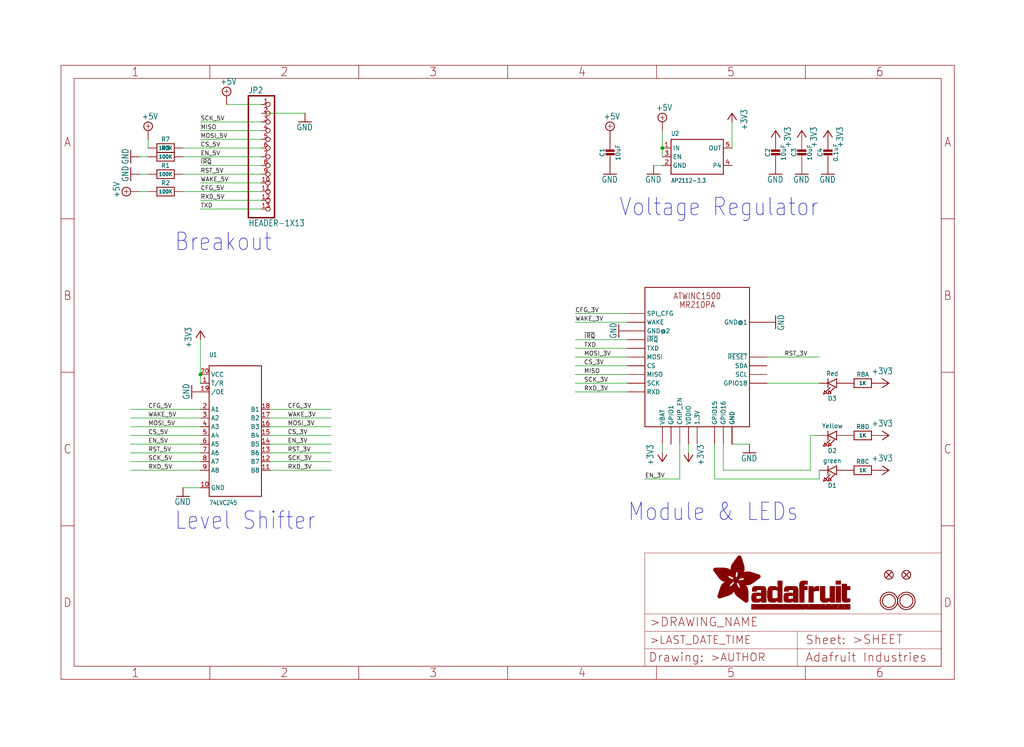
<source format=kicad_sch>
(kicad_sch (version 20211123) (generator eeschema)
  (paper "User" 298.45 217.881)
  (lib_symbols
    (symbol "eagleSchem-eagle-import:+3V3" (power)
      (property "Value" "+3V3" (at -2.54 -5.08 90))
      (symbol "+3V3_1_0"
        (pin power_in line (at 0 -2.54 90) (length 2.54) (name "+3V3") (number "1"))
      )
    )
    (symbol "eagleSchem-eagle-import:+5V" (power)
      (property "Value" "+5V" (at -1.905 3.175 0))
      (symbol "+5V_1_0"
        (pin power_in line (at 0 -2.54 90) (length 2.54) (name "+5V") (number "1"))
      )
    )
    (symbol "eagleSchem-eagle-import:74LCX245"
      (property "Reference" "U" (at -7.62 22.86 0))
      (property "Value" "74LCX245" (at -7.62 -20.32 0))
      (symbol "74LCX245_1_0"
        (pin bidirectional line (at -10.16 15.24 0) (length 2.54) (name "T/R") (number "1"))
        (pin bidirectional line (at -10.16 -15.24 0) (length 2.54) (name "GND") (number "10"))
        (pin bidirectional line (at 10.16 -10.16 180) (length 2.54) (name "B8") (number "11"))
        (pin bidirectional line (at 10.16 -7.62 180) (length 2.54) (name "B7") (number "12"))
        (pin bidirectional line (at 10.16 -5.08 180) (length 2.54) (name "B6") (number "13"))
        (pin bidirectional line (at 10.16 -2.54 180) (length 2.54) (name "B5") (number "14"))
        (pin bidirectional line (at 10.16 0 180) (length 2.54) (name "B4") (number "15"))
        (pin bidirectional line (at 10.16 2.54 180) (length 2.54) (name "B3") (number "16"))
        (pin bidirectional line (at 10.16 5.08 180) (length 2.54) (name "B2") (number "17"))
        (pin bidirectional line (at 10.16 7.62 180) (length 2.54) (name "B1") (number "18"))
        (pin bidirectional line (at -10.16 12.7 0) (length 2.54) (name "/OE") (number "19"))
        (pin bidirectional line (at -10.16 7.62 0) (length 2.54) (name "A1") (number "2"))
        (pin bidirectional line (at -10.16 17.78 0) (length 2.54) (name "VCC") (number "20"))
        (pin bidirectional line (at -10.16 5.08 0) (length 2.54) (name "A2") (number "3"))
        (pin bidirectional line (at -10.16 2.54 0) (length 2.54) (name "A3") (number "4"))
        (pin bidirectional line (at -10.16 0 0) (length 2.54) (name "A4") (number "5"))
        (pin bidirectional line (at -10.16 -2.54 0) (length 2.54) (name "A5") (number "6"))
        (pin bidirectional line (at -10.16 -5.08 0) (length 2.54) (name "A6") (number "7"))
        (pin bidirectional line (at -10.16 -7.62 0) (length 2.54) (name "A7") (number "8"))
        (pin bidirectional line (at -10.16 -10.16 0) (length 2.54) (name "A8") (number "9"))
      )
    )
    (symbol "eagleSchem-eagle-import:ATWINC1500_MR210PA"
      (symbol "ATWINC1500_MR210PA_1_0"
        (text "ATWINC1500" (at 0 17.78 0) (effects (font (size 1.778 1.5113))))
        (text "MR210PA" (at 0 15.24 0) (effects (font (size 1.778 1.5113))))
        (pin bidirectional line (at 20.32 -7.62 180) (length 5.08) (name "GPIO18") (number "J1"))
        (pin input line (at -20.32 12.7 0) (length 5.08) (name "SPI_CFG") (number "J10"))
        (pin input line (at -20.32 10.16 0) (length 5.08) (name "WAKE") (number "J11"))
        (pin power_in line (at -20.32 7.62 0) (length 5.08) (name "GND@2") (number "J12"))
        (pin output line (at -20.32 5.08 0) (length 5.08) (name "~{IRQ}") (number "J13"))
        (pin output line (at -20.32 2.54 0) (length 5.08) (name "TXD") (number "J14"))
        (pin input line (at -20.32 0 0) (length 5.08) (name "MOSI") (number "J15"))
        (pin input line (at -20.32 -2.54 0) (length 5.08) (name "CS") (number "J16"))
        (pin output line (at -20.32 -5.08 0) (length 5.08) (name "MISO") (number "J17"))
        (pin input line (at -20.32 -7.62 0) (length 5.08) (name "SCK") (number "J18"))
        (pin input line (at -20.32 -10.16 0) (length 5.08) (name "RXD") (number "J19"))
        (pin bidirectional line (at 20.32 -5.08 180) (length 5.08) (name "SCL") (number "J2"))
        (pin power_in line (at -10.16 -25.4 90) (length 5.08) (name "VBAT") (number "J20"))
        (pin bidirectional line (at -7.62 -25.4 90) (length 5.08) (name "GPIO1") (number "J21"))
        (pin input line (at -5.08 -25.4 90) (length 5.08) (name "CHIP_EN") (number "J22"))
        (pin power_in line (at -2.54 -25.4 90) (length 5.08) (name "VDDIO") (number "J23"))
        (pin passive line (at 0 -25.4 90) (length 5.08) (name "1.3V") (number "J24"))
        (pin bidirectional line (at 5.08 -25.4 90) (length 5.08) (name "GPIO15") (number "J26"))
        (pin bidirectional line (at 7.62 -25.4 90) (length 5.08) (name "GPIO16") (number "J27"))
        (pin power_in line (at 10.16 -25.4 90) (length 5.08) (name "GND") (number "J28"))
        (pin bidirectional line (at 20.32 -2.54 180) (length 5.08) (name "SDA") (number "J3"))
        (pin input line (at 20.32 0 180) (length 5.08) (name "~{RESET}") (number "J4"))
        (pin bidirectional line (at 20.32 10.16 180) (length 5.08) (name "GND@1") (number "J9"))
        (pin power_in line (at 10.16 -25.4 90) (length 5.08) (name "GND") (number "MTGND"))
      )
    )
    (symbol "eagleSchem-eagle-import:CAP_CERAMIC0805-NOOUTLINE"
      (property "Reference" "C" (at -2.29 1.25 90))
      (property "Value" "CAP_CERAMIC0805-NOOUTLINE" (at 2.3 1.25 90))
      (symbol "CAP_CERAMIC0805-NOOUTLINE_1_0"
        (pin passive line (at 0 5.08 270) (length 2.54) (name "1") (number "1"))
        (pin passive line (at 0 -2.54 90) (length 2.54) (name "2") (number "2"))
      )
    )
    (symbol "eagleSchem-eagle-import:CAP_CERAMIC0805_10MGAP"
      (property "Reference" "C" (at -2.29 1.25 90))
      (property "Value" "CAP_CERAMIC0805_10MGAP" (at 2.3 1.25 90))
      (symbol "CAP_CERAMIC0805_10MGAP_1_0"
        (pin passive line (at 0 5.08 270) (length 2.54) (name "1") (number "1"))
        (pin passive line (at 0 -2.54 90) (length 2.54) (name "2") (number "2"))
      )
    )
    (symbol "eagleSchem-eagle-import:FIDUCIAL{dblquote}{dblquote}")
    (symbol "eagleSchem-eagle-import:FRAME_A4_ADAFRUIT"
      (symbol "FRAME_A4_ADAFRUIT_0_0"
        (text "1" (at 21.6958 1.905 0) (effects (font (size 2.54 2.286))))
        (text "1" (at 21.6958 177.165 0) (effects (font (size 2.54 2.286))))
        (text "2" (at 65.0875 1.905 0) (effects (font (size 2.54 2.286))))
        (text "2" (at 65.0875 177.165 0) (effects (font (size 2.54 2.286))))
        (text "3" (at 108.4792 1.905 0) (effects (font (size 2.54 2.286))))
        (text "3" (at 108.4792 177.165 0) (effects (font (size 2.54 2.286))))
        (text "4" (at 151.8708 1.905 0) (effects (font (size 2.54 2.286))))
        (text "4" (at 151.8708 177.165 0) (effects (font (size 2.54 2.286))))
        (text "5" (at 195.2625 1.905 0) (effects (font (size 2.54 2.286))))
        (text "5" (at 195.2625 177.165 0) (effects (font (size 2.54 2.286))))
        (text "6" (at 238.6542 1.905 0) (effects (font (size 2.54 2.286))))
        (text "6" (at 238.6542 177.165 0) (effects (font (size 2.54 2.286))))
        (text "A" (at 1.905 156.6863 0) (effects (font (size 2.54 2.286))))
        (text "A" (at 258.445 156.6863 0) (effects (font (size 2.54 2.286))))
        (text "B" (at 1.905 111.9188 0) (effects (font (size 2.54 2.286))))
        (text "B" (at 258.445 111.9188 0) (effects (font (size 2.54 2.286))))
        (text "C" (at 1.905 67.1513 0) (effects (font (size 2.54 2.286))))
        (text "C" (at 258.445 67.1513 0) (effects (font (size 2.54 2.286))))
        (text "D" (at 1.905 22.3838 0) (effects (font (size 2.54 2.286))))
        (text "D" (at 258.445 22.3838 0) (effects (font (size 2.54 2.286))))
      )
      (symbol "FRAME_A4_ADAFRUIT_1_0"
        (text ">AUTHOR" (at 189.23 5.08 0) (effects (font (size 2.286 2.286)) (justify left bottom)))
        (text ">DRAWING_NAME" (at 171.45 15.24 0) (effects (font (size 2.54 2.54)) (justify left bottom)))
        (text ">LAST_DATE_TIME" (at 171.45 10.16 0) (effects (font (size 2.286 2.286)) (justify left bottom)))
        (text ">SHEET" (at 230.505 10.16 0) (effects (font (size 2.54 2.54)) (justify left bottom)))
        (text "Adafruit Industries" (at 216.916 4.953 0) (effects (font (size 2.54 2.54)) (justify left bottom)))
        (text "Drawing:" (at 171.196 4.953 0) (effects (font (size 2.54 2.54)) (justify left bottom)))
        (text "Sheet:" (at 216.916 10.033 0) (effects (font (size 2.54 2.54)) (justify left bottom)))
      )
    )
    (symbol "eagleSchem-eagle-import:GND" (power)
      (property "Value" "GND" (at -2.54 -2.54 0))
      (symbol "GND_1_0"
        (pin power_in line (at 0 2.54 270) (length 2.54) (name "GND") (number "1"))
      )
    )
    (symbol "eagleSchem-eagle-import:HEADER-1X13"
      (property "Reference" "JP" (at -6.35 18.415 0))
      (property "Value" "HEADER-1X13" (at -6.35 -20.32 0))
      (symbol "HEADER-1X13_1_0"
        (pin passive inverted (at -2.54 15.24 0) (length 2.54) (name "1") (number "1"))
        (pin passive inverted (at -2.54 -7.62 0) (length 2.54) (name "10") (number "10"))
        (pin passive inverted (at -2.54 -10.16 0) (length 2.54) (name "11") (number "11"))
        (pin passive inverted (at -2.54 -12.7 0) (length 2.54) (name "12") (number "12"))
        (pin passive inverted (at -2.54 -15.24 0) (length 2.54) (name "13") (number "13"))
        (pin passive inverted (at -2.54 12.7 0) (length 2.54) (name "2") (number "2"))
        (pin passive inverted (at -2.54 10.16 0) (length 2.54) (name "3") (number "3"))
        (pin passive inverted (at -2.54 7.62 0) (length 2.54) (name "4") (number "4"))
        (pin passive inverted (at -2.54 5.08 0) (length 2.54) (name "5") (number "5"))
        (pin passive inverted (at -2.54 2.54 0) (length 2.54) (name "6") (number "6"))
        (pin passive inverted (at -2.54 0 0) (length 2.54) (name "7") (number "7"))
        (pin passive inverted (at -2.54 -2.54 0) (length 2.54) (name "8") (number "8"))
        (pin passive inverted (at -2.54 -5.08 0) (length 2.54) (name "9") (number "9"))
      )
    )
    (symbol "eagleSchem-eagle-import:LED0805_NOOUTLINE"
      (property "Reference" "D" (at -1.27 4.445 0))
      (property "Value" "LED0805_NOOUTLINE" (at -1.27 -2.794 0))
      (symbol "LED0805_NOOUTLINE_1_0"
        (pin passive line (at -5.08 0 0) (length 2.54) (name "A") (number "A"))
        (pin passive line (at 2.54 0 180) (length 2.54) (name "C") (number "C"))
      )
    )
    (symbol "eagleSchem-eagle-import:MOUNTINGHOLE2.5")
    (symbol "eagleSchem-eagle-import:RESISTOR0805_NOOUTLINE"
      (property "Reference" "R" (at 0 2.54 0))
      (property "Value" "RESISTOR0805_NOOUTLINE" (at 0 0 0))
      (symbol "RESISTOR0805_NOOUTLINE_1_0"
        (pin passive line (at -5.08 0 0) (length 2.54) (name "1") (number "1"))
        (pin passive line (at 5.08 0 180) (length 2.54) (name "2") (number "2"))
      )
    )
    (symbol "eagleSchem-eagle-import:RESISTOR_0805MP"
      (property "Reference" "R" (at 0 2.54 0))
      (property "Value" "RESISTOR_0805MP" (at 0 0 0))
      (symbol "RESISTOR_0805MP_1_0"
        (pin passive line (at -5.08 0 0) (length 2.54) (name "1") (number "1"))
        (pin passive line (at 5.08 0 180) (length 2.54) (name "2") (number "2"))
      )
    )
    (symbol "eagleSchem-eagle-import:RESISTOR_4PACK"
      (property "Reference" "R" (at 0 2.54 0))
      (property "Value" "RESISTOR_4PACK" (at 0 0 0))
      (symbol "RESISTOR_4PACK_1_0"
        (pin passive line (at -5.08 0 0) (length 2.54) (name "1") (number "1"))
        (pin passive line (at 5.08 0 180) (length 2.54) (name "2") (number "8"))
      )
      (symbol "RESISTOR_4PACK_2_0"
        (pin passive line (at -5.08 0 0) (length 2.54) (name "1") (number "2"))
        (pin passive line (at 5.08 0 180) (length 2.54) (name "2") (number "7"))
      )
      (symbol "RESISTOR_4PACK_3_0"
        (pin passive line (at -5.08 0 0) (length 2.54) (name "1") (number "3"))
        (pin passive line (at 5.08 0 180) (length 2.54) (name "2") (number "6"))
      )
      (symbol "RESISTOR_4PACK_4_0"
        (pin passive line (at -5.08 0 0) (length 2.54) (name "1") (number "4"))
        (pin passive line (at 5.08 0 180) (length 2.54) (name "2") (number "5"))
      )
    )
    (symbol "eagleSchem-eagle-import:VREG_SOT23-5"
      (property "Reference" "U" (at -7.62 6.096 0))
      (property "Value" "VREG_SOT23-5" (at -7.62 -7.62 0))
      (symbol "VREG_SOT23-5_1_0"
        (pin power_in line (at -10.16 2.54 0) (length 2.54) (name "IN") (number "1"))
        (pin power_in line (at -10.16 -2.54 0) (length 2.54) (name "GND") (number "2"))
        (pin input line (at -10.16 0 0) (length 2.54) (name "EN") (number "3"))
        (pin bidirectional line (at 10.16 -2.54 180) (length 2.54) (name "P4") (number "4"))
        (pin power_in line (at 10.16 2.54 180) (length 2.54) (name "OUT") (number "5"))
      )
    )
  )
  (junction (at 58.42 109.22))
  (junction (at 193.04 43.18))
  (wire (pts (xy 43.18 40.64) (xy 43.18 43.18)))
  (wire (pts (xy 182.88 109.22) (xy 167.64 109.22)))
  (wire (pts (xy 76.2 50.8) (xy 53.34 50.8)))
  (wire (pts (xy 208.28 129.54) (xy 208.28 139.7)))
  (wire (pts (xy 182.88 101.6) (xy 167.64 101.6)))
  (wire (pts (xy 238.76 104.14) (xy 223.52 104.14)))
  (wire (pts (xy 66.04 30.48) (xy 76.2 30.48)))
  (wire (pts (xy 88.9 33.02) (xy 76.2 33.02)))
  (wire (pts (xy 96.52 129.54) (xy 78.74 129.54)))
  (wire (pts (xy 200.66 129.54) (xy 200.66 132.08)))
  (wire (pts (xy 76.2 35.56) (xy 58.42 35.56)))
  (wire (pts (xy 53.34 43.18) (xy 76.2 43.18)))
  (wire (pts (xy 76.2 55.88) (xy 53.34 55.88)))
  (wire (pts (xy 58.42 99.06) (xy 58.42 109.22)))
  (wire (pts (xy 58.42 53.34) (xy 76.2 53.34)))
  (wire (pts (xy 58.42 58.42) (xy 76.2 58.42)))
  (wire (pts (xy 78.74 134.62) (xy 96.52 134.62)))
  (wire (pts (xy 96.52 121.92) (xy 78.74 121.92)))
  (wire (pts (xy 167.64 93.98) (xy 182.88 93.98)))
  (wire (pts (xy 38.1 127) (xy 58.42 127)))
  (wire (pts (xy 236.22 137.16) (xy 236.22 127)))
  (wire (pts (xy 53.34 142.24) (xy 58.42 142.24)))
  (wire (pts (xy 76.2 45.72) (xy 53.34 45.72)))
  (wire (pts (xy 208.28 139.7) (xy 238.76 139.7)))
  (wire (pts (xy 223.52 111.76) (xy 238.76 111.76)))
  (wire (pts (xy 182.88 114.3) (xy 167.64 114.3)))
  (wire (pts (xy 38.1 132.08) (xy 58.42 132.08)))
  (wire (pts (xy 96.52 132.08) (xy 78.74 132.08)))
  (wire (pts (xy 182.88 91.44) (xy 167.64 91.44)))
  (wire (pts (xy 167.64 104.14) (xy 182.88 104.14)))
  (wire (pts (xy 58.42 119.38) (xy 38.1 119.38)))
  (wire (pts (xy 58.42 111.76) (xy 58.42 109.22)))
  (wire (pts (xy 58.42 134.62) (xy 38.1 134.62)))
  (wire (pts (xy 190.5 48.26) (xy 193.04 48.26)))
  (wire (pts (xy 198.12 139.7) (xy 187.96 139.7)))
  (wire (pts (xy 58.42 48.26) (xy 76.2 48.26)))
  (wire (pts (xy 76.2 60.96) (xy 58.42 60.96)))
  (wire (pts (xy 213.36 129.54) (xy 218.44 129.54)))
  (wire (pts (xy 193.04 132.08) (xy 193.04 129.54)))
  (wire (pts (xy 76.2 40.64) (xy 58.42 40.64)))
  (wire (pts (xy 238.76 139.7) (xy 238.76 137.16)))
  (wire (pts (xy 78.74 124.46) (xy 96.52 124.46)))
  (wire (pts (xy 213.36 43.18) (xy 213.36 35.56)))
  (wire (pts (xy 210.82 129.54) (xy 210.82 137.16)))
  (wire (pts (xy 193.04 43.18) (xy 193.04 45.72)))
  (wire (pts (xy 167.64 111.76) (xy 182.88 111.76)))
  (wire (pts (xy 193.04 38.1) (xy 193.04 43.18)))
  (wire (pts (xy 40.64 45.72) (xy 43.18 45.72)))
  (wire (pts (xy 236.22 127) (xy 238.76 127)))
  (wire (pts (xy 58.42 129.54) (xy 38.1 129.54)))
  (wire (pts (xy 198.12 129.54) (xy 198.12 139.7)))
  (wire (pts (xy 58.42 38.1) (xy 76.2 38.1)))
  (wire (pts (xy 43.18 55.88) (xy 40.64 55.88)))
  (wire (pts (xy 96.52 127) (xy 78.74 127)))
  (wire (pts (xy 78.74 119.38) (xy 96.52 119.38)))
  (wire (pts (xy 38.1 121.92) (xy 58.42 121.92)))
  (wire (pts (xy 58.42 124.46) (xy 38.1 124.46)))
  (wire (pts (xy 78.74 137.16) (xy 96.52 137.16)))
  (wire (pts (xy 167.64 99.06) (xy 182.88 99.06)))
  (wire (pts (xy 38.1 137.16) (xy 58.42 137.16)))
  (wire (pts (xy 182.88 106.68) (xy 167.64 106.68)))
  (wire (pts (xy 210.82 137.16) (xy 236.22 137.16)))
  (wire (pts (xy 43.18 50.8) (xy 40.64 50.8)))
  (text "Voltage Regulator" (at 180.34 63.5 180) (effects (font (size 5.08 4.318)) (justify left bottom)))
  (text "Level Shifter" (at 50.8 154.94 180) (effects (font (size 5.08 4.318)) (justify left bottom)))
  (text "Breakout" (at 50.8 73.66 180) (effects (font (size 5.08 4.318)) (justify left bottom)))
  (text "Module & LEDs" (at 182.88 152.4 180) (effects (font (size 5.08 4.318)) (justify left bottom)))
  (label "TXD" (at 58.42 60.96 0) (effects (font (size 1.2446 1.2446))))
  (label "EN_3V" (at 83.82 129.54 0) (effects (font (size 1.2446 1.2446))))
  (label "CS_5V" (at 58.42 43.18 0) (effects (font (size 1.2446 1.2446))))
  (label "EN_5V" (at 58.42 45.72 0) (effects (font (size 1.2446 1.2446))))
  (label "CFG_5V" (at 43.18 119.38 0) (effects (font (size 1.2446 1.2446))))
  (label "CFG_3V" (at 83.82 119.38 0) (effects (font (size 1.2446 1.2446))))
  (label "MOSI_3V" (at 170.18 104.14 0) (effects (font (size 1.2446 1.2446))))
  (label "RXD_5V" (at 58.42 58.42 0) (effects (font (size 1.2446 1.2446))))
  (label "RST_3V" (at 83.82 132.08 0) (effects (font (size 1.2446 1.2446))))
  (label "RST_5V" (at 58.42 50.8 0) (effects (font (size 1.2446 1.2446))))
  (label "RXD_3V" (at 83.82 137.16 0) (effects (font (size 1.2446 1.2446))))
  (label "MOSI_5V" (at 58.42 40.64 0) (effects (font (size 1.2446 1.2446))))
  (label "RXD_5V" (at 43.18 137.16 0) (effects (font (size 1.2446 1.2446))))
  (label "EN_3V" (at 187.96 139.7 0) (effects (font (size 1.2446 1.2446))))
  (label "CFG_5V" (at 58.42 55.88 0) (effects (font (size 1.2446 1.2446))))
  (label "SCK_5V" (at 43.18 134.62 0) (effects (font (size 1.2446 1.2446))))
  (label "CS_3V" (at 170.18 106.68 0) (effects (font (size 1.2446 1.2446))))
  (label "RXD_3V" (at 170.18 114.3 0) (effects (font (size 1.2446 1.2446))))
  (label "SCK_3V" (at 83.82 134.62 0) (effects (font (size 1.2446 1.2446))))
  (label "TXD" (at 170.18 101.6 0) (effects (font (size 1.2446 1.2446))))
  (label "MISO" (at 170.18 109.22 0) (effects (font (size 1.2446 1.2446))))
  (label "SCK_5V" (at 58.42 35.56 0) (effects (font (size 1.2446 1.2446))))
  (label "WAKE_5V" (at 43.18 121.92 0) (effects (font (size 1.2446 1.2446))))
  (label "SCK_3V" (at 170.18 111.76 0) (effects (font (size 1.2446 1.2446))))
  (label "MOSI_5V" (at 43.18 124.46 0) (effects (font (size 1.2446 1.2446))))
  (label "MOSI_3V" (at 83.82 124.46 0) (effects (font (size 1.2446 1.2446))))
  (label "CFG_3V" (at 167.64 91.44 0) (effects (font (size 1.2446 1.2446))))
  (label "~{IRQ}" (at 170.18 99.06 0) (effects (font (size 1.2446 1.2446))))
  (label "WAKE_3V" (at 167.64 93.98 0) (effects (font (size 1.2446 1.2446))))
  (label "RST_5V" (at 43.18 132.08 0) (effects (font (size 1.2446 1.2446))))
  (label "CS_3V" (at 83.82 127 0) (effects (font (size 1.2446 1.2446))))
  (label "RST_3V" (at 228.6 104.14 0) (effects (font (size 1.2446 1.2446))))
  (label "CS_5V" (at 43.18 127 0) (effects (font (size 1.2446 1.2446))))
  (label "~{IRQ}" (at 58.42 48.26 0) (effects (font (size 1.2446 1.2446))))
  (label "WAKE_5V" (at 58.42 53.34 0) (effects (font (size 1.2446 1.2446))))
  (label "EN_5V" (at 43.18 129.54 0) (effects (font (size 1.2446 1.2446))))
  (label "MISO" (at 58.42 38.1 0) (effects (font (size 1.2446 1.2446))))
  (label "WAKE_3V" (at 83.82 121.92 0) (effects (font (size 1.2446 1.2446))))
  (symbol (lib_id "eagleSchem-eagle-import:CAP_CERAMIC0805-NOOUTLINE") (at 241.3 45.72 0) (unit 1)
    (property "Reference" "C4" (at 239.01 44.47 90))
    (property "Value" "0.1uF" (at 243.6 44.47 90))
    (property "Footprint" "eagleSchem:0805-NO" (effects hide))
  )
  (symbol (lib_id "eagleSchem-eagle-import:+3V3") (at 259.08 111.76 270) (unit 1)
    (property "Reference" "#+3V8" (effects hide))
    (property "Value" "+3V3" (at 254 109.22 90) (effects (font (size 1.778 1.5113)) (justify left bottom)))
    (property "Footprint" "eagleSchem:" (effects hide))
  )
  (symbol (lib_id "eagleSchem-eagle-import:+3V3") (at 193.04 134.62 0) (mirror x) (unit 1)
    (property "Reference" "#+3V1" (effects hide))
    (property "Value" "+3V3" (at 190.5 129.54 90) (effects (font (size 1.778 1.5113)) (justify left bottom)))
    (property "Footprint" "eagleSchem:" (effects hide))
  )
  (symbol (lib_id "eagleSchem-eagle-import:GND") (at 233.68 50.8 0) (unit 1)
    (property "Reference" "#GND8" (effects hide))
    (property "Value" "GND" (at 231.14 53.34 0) (effects (font (size 1.778 1.5113)) (justify left bottom)))
    (property "Footprint" "eagleSchem:" (effects hide))
  )
  (symbol (lib_id "eagleSchem-eagle-import:LED0805_NOOUTLINE") (at 241.3 127 180) (unit 1)
    (property "Reference" "D2" (at 242.57 131.445 0))
    (property "Value" "Yellow" (at 242.57 124.206 0))
    (property "Footprint" "eagleSchem:CHIPLED_0805_NOOUTLINE" (effects hide))
  )
  (symbol (lib_id "eagleSchem-eagle-import:RESISTOR0805_NOOUTLINE") (at 48.26 55.88 0) (unit 1)
    (property "Reference" "R2" (at 48.26 53.34 0))
    (property "Value" "100K" (at 48.26 55.88 0) (effects (font (size 1.016 1.016) bold)))
    (property "Footprint" "eagleSchem:0805-NO" (effects hide))
  )
  (symbol (lib_id "eagleSchem-eagle-import:VREG_SOT23-5") (at 203.2 45.72 0) (unit 1)
    (property "Reference" "U2" (at 195.58 39.624 0) (effects (font (size 1.27 1.0795)) (justify left bottom)))
    (property "Value" "AP2112-3.3" (at 195.58 53.34 0) (effects (font (size 1.27 1.0795)) (justify left bottom)))
    (property "Footprint" "eagleSchem:SOT23-5" (effects hide))
  )
  (symbol (lib_id "eagleSchem-eagle-import:GND") (at 218.44 132.08 0) (unit 1)
    (property "Reference" "#GND1" (effects hide))
    (property "Value" "GND" (at 215.9 134.62 0) (effects (font (size 1.778 1.5113)) (justify left bottom)))
    (property "Footprint" "eagleSchem:" (effects hide))
  )
  (symbol (lib_id "eagleSchem-eagle-import:HEADER-1X13") (at 78.74 45.72 0) (unit 1)
    (property "Reference" "JP2" (at 72.39 27.305 0) (effects (font (size 1.778 1.5113)) (justify left bottom)))
    (property "Value" "HEADER-1X13" (at 72.39 66.04 0) (effects (font (size 1.778 1.5113)) (justify left bottom)))
    (property "Footprint" "eagleSchem:1X13_ROUND_70" (effects hide))
  )
  (symbol (lib_id "eagleSchem-eagle-import:MOUNTINGHOLE2.5") (at 264.16 175.26 0) (unit 1)
    (property "Reference" "U$3" (effects hide))
    (property "Value" "MOUNTINGHOLE2.5" (effects hide))
    (property "Footprint" "eagleSchem:MOUNTINGHOLE_2.5_PLATED" (effects hide))
  )
  (symbol (lib_id "eagleSchem-eagle-import:CAP_CERAMIC0805-NOOUTLINE") (at 177.8 45.72 0) (unit 1)
    (property "Reference" "C1" (at 175.51 44.47 90))
    (property "Value" "10uF" (at 180.1 44.47 90))
    (property "Footprint" "eagleSchem:0805-NO" (effects hide))
  )
  (symbol (lib_id "eagleSchem-eagle-import:CAP_CERAMIC0805_10MGAP") (at 226.06 45.72 0) (unit 1)
    (property "Reference" "C2" (at 223.77 44.47 90))
    (property "Value" "10uF" (at 228.36 44.47 90))
    (property "Footprint" "eagleSchem:0805_10MGAP" (effects hide))
  )
  (symbol (lib_id "eagleSchem-eagle-import:GND") (at 38.1 45.72 270) (unit 1)
    (property "Reference" "#GND12" (effects hide))
    (property "Value" "GND" (at 35.56 43.18 0) (effects (font (size 1.778 1.5113)) (justify left bottom)))
    (property "Footprint" "eagleSchem:" (effects hide))
  )
  (symbol (lib_id "eagleSchem-eagle-import:RESISTOR_0805MP") (at 48.26 43.18 0) (unit 1)
    (property "Reference" "R7" (at 48.26 40.64 0))
    (property "Value" "100K" (at 48.26 43.18 0) (effects (font (size 1.016 1.016) bold)))
    (property "Footprint" "eagleSchem:_0805MP" (effects hide))
  )
  (symbol (lib_id "eagleSchem-eagle-import:+5V") (at 43.18 38.1 0) (unit 1)
    (property "Reference" "#SUPPLY5" (effects hide))
    (property "Value" "+5V" (at 41.275 34.925 0) (effects (font (size 1.778 1.5113)) (justify left bottom)))
    (property "Footprint" "eagleSchem:" (effects hide))
  )
  (symbol (lib_id "eagleSchem-eagle-import:GND") (at 88.9 35.56 0) (unit 1)
    (property "Reference" "#GND10" (effects hide))
    (property "Value" "GND" (at 86.36 38.1 0) (effects (font (size 1.778 1.5113)) (justify left bottom)))
    (property "Footprint" "eagleSchem:" (effects hide))
  )
  (symbol (lib_id "eagleSchem-eagle-import:+3V3") (at 241.3 38.1 0) (mirror y) (unit 1)
    (property "Reference" "#+3V7" (effects hide))
    (property "Value" "+3V3" (at 243.84 43.18 90) (effects (font (size 1.778 1.5113)) (justify left bottom)))
    (property "Footprint" "eagleSchem:" (effects hide))
  )
  (symbol (lib_id "eagleSchem-eagle-import:74LCX245") (at 68.58 127 0) (unit 1)
    (property "Reference" "U1" (at 60.96 104.14 0) (effects (font (size 1.27 1.0795)) (justify left bottom)))
    (property "Value" "74LVC245" (at 60.96 147.32 0) (effects (font (size 1.27 1.0795)) (justify left bottom)))
    (property "Footprint" "eagleSchem:TSSOP20" (effects hide))
  )
  (symbol (lib_id "eagleSchem-eagle-import:GND") (at 226.06 93.98 90) (unit 1)
    (property "Reference" "#GND13" (effects hide))
    (property "Value" "GND" (at 228.6 96.52 0) (effects (font (size 1.778 1.5113)) (justify left bottom)))
    (property "Footprint" "eagleSchem:" (effects hide))
  )
  (symbol (lib_id "eagleSchem-eagle-import:+5V") (at 38.1 55.88 90) (unit 1)
    (property "Reference" "#SUPPLY4" (effects hide))
    (property "Value" "+5V" (at 34.925 57.785 0) (effects (font (size 1.778 1.5113)) (justify left bottom)))
    (property "Footprint" "eagleSchem:" (effects hide))
  )
  (symbol (lib_id "eagleSchem-eagle-import:+3V3") (at 226.06 38.1 0) (mirror y) (unit 1)
    (property "Reference" "#+3V5" (effects hide))
    (property "Value" "+3V3" (at 228.6 43.18 90) (effects (font (size 1.778 1.5113)) (justify left bottom)))
    (property "Footprint" "eagleSchem:" (effects hide))
  )
  (symbol (lib_id "eagleSchem-eagle-import:+5V") (at 66.04 27.94 0) (unit 1)
    (property "Reference" "#SUPPLY3" (effects hide))
    (property "Value" "+5V" (at 64.135 24.765 0) (effects (font (size 1.778 1.5113)) (justify left bottom)))
    (property "Footprint" "eagleSchem:" (effects hide))
  )
  (symbol (lib_id "eagleSchem-eagle-import:GND") (at 55.88 114.3 270) (unit 1)
    (property "Reference" "#GND5" (effects hide))
    (property "Value" "GND" (at 53.34 111.76 0) (effects (font (size 1.778 1.5113)) (justify left bottom)))
    (property "Footprint" "eagleSchem:" (effects hide))
  )
  (symbol (lib_id "eagleSchem-eagle-import:+5V") (at 193.04 35.56 0) (unit 1)
    (property "Reference" "#SUPPLY1" (effects hide))
    (property "Value" "+5V" (at 191.135 32.385 0) (effects (font (size 1.778 1.5113)) (justify left bottom)))
    (property "Footprint" "eagleSchem:" (effects hide))
  )
  (symbol (lib_id "eagleSchem-eagle-import:GND") (at 226.06 50.8 0) (unit 1)
    (property "Reference" "#GND7" (effects hide))
    (property "Value" "GND" (at 223.52 53.34 0) (effects (font (size 1.778 1.5113)) (justify left bottom)))
    (property "Footprint" "eagleSchem:" (effects hide))
  )
  (symbol (lib_id "eagleSchem-eagle-import:+3V3") (at 58.42 96.52 0) (unit 1)
    (property "Reference" "#+3V4" (effects hide))
    (property "Value" "+3V3" (at 55.88 101.6 90) (effects (font (size 1.778 1.5113)) (justify left bottom)))
    (property "Footprint" "eagleSchem:" (effects hide))
  )
  (symbol (lib_id "eagleSchem-eagle-import:GND") (at 190.5 50.8 0) (unit 1)
    (property "Reference" "#GND3" (effects hide))
    (property "Value" "GND" (at 187.96 53.34 0) (effects (font (size 1.778 1.5113)) (justify left bottom)))
    (property "Footprint" "eagleSchem:" (effects hide))
  )
  (symbol (lib_id "eagleSchem-eagle-import:+3V3") (at 213.36 33.02 0) (mirror y) (unit 1)
    (property "Reference" "#+3V3" (effects hide))
    (property "Value" "+3V3" (at 215.9 38.1 90) (effects (font (size 1.778 1.5113)) (justify left bottom)))
    (property "Footprint" "eagleSchem:" (effects hide))
  )
  (symbol (lib_id "eagleSchem-eagle-import:LED0805_NOOUTLINE") (at 241.3 111.76 180) (unit 1)
    (property "Reference" "D3" (at 242.57 116.205 0))
    (property "Value" "Red" (at 242.57 108.966 0))
    (property "Footprint" "eagleSchem:CHIPLED_0805_NOOUTLINE" (effects hide))
  )
  (symbol (lib_id "eagleSchem-eagle-import:MOUNTINGHOLE2.5") (at 259.08 175.26 0) (unit 1)
    (property "Reference" "U$2" (effects hide))
    (property "Value" "MOUNTINGHOLE2.5" (effects hide))
    (property "Footprint" "eagleSchem:MOUNTINGHOLE_2.5_PLATED" (effects hide))
  )
  (symbol (lib_id "eagleSchem-eagle-import:FIDUCIAL{dblquote}{dblquote}") (at 259.08 167.64 0) (unit 1)
    (property "Reference" "FID1" (effects hide))
    (property "Value" "FIDUCIAL{dblquote}{dblquote}" (effects hide))
    (property "Footprint" "eagleSchem:FIDUCIAL_1MM" (effects hide))
  )
  (symbol (lib_id "eagleSchem-eagle-import:GND") (at 177.8 50.8 0) (unit 1)
    (property "Reference" "#GND6" (effects hide))
    (property "Value" "GND" (at 175.26 53.34 0) (effects (font (size 1.778 1.5113)) (justify left bottom)))
    (property "Footprint" "eagleSchem:" (effects hide))
  )
  (symbol (lib_id "eagleSchem-eagle-import:RESISTOR0805_NOOUTLINE") (at 48.26 50.8 0) (unit 1)
    (property "Reference" "R1" (at 48.26 48.26 0))
    (property "Value" "100K" (at 48.26 50.8 0) (effects (font (size 1.016 1.016) bold)))
    (property "Footprint" "eagleSchem:0805-NO" (effects hide))
  )
  (symbol (lib_id "eagleSchem-eagle-import:RESISTOR_4PACK") (at 251.46 127 0) (unit 4)
    (property "Reference" "R8" (at 251.46 124.46 0))
    (property "Value" "1K" (at 251.46 127 0) (effects (font (size 1.016 1.016) bold)))
    (property "Footprint" "eagleSchem:RESPACK_4X0603" (effects hide))
  )
  (symbol (lib_id "eagleSchem-eagle-import:+3V3") (at 259.08 137.16 270) (unit 1)
    (property "Reference" "#+3V10" (effects hide))
    (property "Value" "+3V3" (at 254 134.62 90) (effects (font (size 1.778 1.5113)) (justify left bottom)))
    (property "Footprint" "eagleSchem:" (effects hide))
  )
  (symbol (lib_id "eagleSchem-eagle-import:GND") (at 241.3 50.8 0) (unit 1)
    (property "Reference" "#GND9" (effects hide))
    (property "Value" "GND" (at 238.76 53.34 0) (effects (font (size 1.778 1.5113)) (justify left bottom)))
    (property "Footprint" "eagleSchem:" (effects hide))
  )
  (symbol (lib_id "eagleSchem-eagle-import:LED0805_NOOUTLINE") (at 241.3 137.16 180) (unit 1)
    (property "Reference" "D1" (at 242.57 141.605 0))
    (property "Value" "green" (at 242.57 134.366 0))
    (property "Footprint" "eagleSchem:CHIPLED_0805_NOOUTLINE" (effects hide))
  )
  (symbol (lib_id "eagleSchem-eagle-import:+3V3") (at 259.08 127 270) (unit 1)
    (property "Reference" "#+3V9" (effects hide))
    (property "Value" "+3V3" (at 254 124.46 90) (effects (font (size 1.778 1.5113)) (justify left bottom)))
    (property "Footprint" "eagleSchem:" (effects hide))
  )
  (symbol (lib_id "eagleSchem-eagle-import:ATWINC1500_MR210PA") (at 203.2 104.14 0) (unit 1)
    (property "Reference" "U$1" (effects hide))
    (property "Value" "ATWINC1500_MR210PB" (effects hide))
    (property "Footprint" "eagleSchem:ATWINC1500_MR210PA" (effects hide))
  )
  (symbol (lib_id "eagleSchem-eagle-import:+3V3") (at 200.66 134.62 180) (unit 1)
    (property "Reference" "#+3V2" (effects hide))
    (property "Value" "+3V3" (at 203.2 129.54 90) (effects (font (size 1.778 1.5113)) (justify left bottom)))
    (property "Footprint" "eagleSchem:" (effects hide))
  )
  (symbol (lib_id "eagleSchem-eagle-import:RESISTOR_4PACK") (at 251.46 111.76 0) (unit 1)
    (property "Reference" "R8" (at 251.46 109.22 0))
    (property "Value" "1K" (at 251.46 111.76 0) (effects (font (size 1.016 1.016) bold)))
    (property "Footprint" "eagleSchem:RESPACK_4X0603" (effects hide))
  )
  (symbol (lib_id "eagleSchem-eagle-import:RESISTOR_4PACK") (at 251.46 137.16 0) (unit 3)
    (property "Reference" "R8" (at 251.46 134.62 0))
    (property "Value" "1K" (at 251.46 137.16 0) (effects (font (size 1.016 1.016) bold)))
    (property "Footprint" "eagleSchem:RESPACK_4X0603" (effects hide))
  )
  (symbol (lib_id "eagleSchem-eagle-import:GND") (at 53.34 144.78 0) (unit 1)
    (property "Reference" "#GND4" (effects hide))
    (property "Value" "GND" (at 50.8 147.32 0) (effects (font (size 1.778 1.5113)) (justify left bottom)))
    (property "Footprint" "eagleSchem:" (effects hide))
  )
  (symbol (lib_id "eagleSchem-eagle-import:+3V3") (at 233.68 38.1 0) (mirror y) (unit 1)
    (property "Reference" "#+3V6" (effects hide))
    (property "Value" "+3V3" (at 236.22 43.18 90) (effects (font (size 1.778 1.5113)) (justify left bottom)))
    (property "Footprint" "eagleSchem:" (effects hide))
  )
  (symbol (lib_id "eagleSchem-eagle-import:FRAME_A4_ADAFRUIT") (at 17.78 198.12 0) (unit 1)
    (property "Reference" "#U$7" (effects hide))
    (property "Value" "FRAME_A4_ADAFRUIT" (effects hide))
    (property "Footprint" "eagleSchem:" (effects hide))
  )
  (symbol (lib_id "eagleSchem-eagle-import:FIDUCIAL{dblquote}{dblquote}") (at 264.16 167.64 0) (unit 1)
    (property "Reference" "FID2" (effects hide))
    (property "Value" "FIDUCIAL{dblquote}{dblquote}" (effects hide))
    (property "Footprint" "eagleSchem:FIDUCIAL_1MM" (effects hide))
  )
  (symbol (lib_id "eagleSchem-eagle-import:GND") (at 38.1 50.8 270) (unit 1)
    (property "Reference" "#GND11" (effects hide))
    (property "Value" "GND" (at 35.56 48.26 0) (effects (font (size 1.778 1.5113)) (justify left bottom)))
    (property "Footprint" "eagleSchem:" (effects hide))
  )
  (symbol (lib_id "eagleSchem-eagle-import:GND") (at 180.34 96.52 270) (unit 1)
    (property "Reference" "#GND2" (effects hide))
    (property "Value" "GND" (at 177.8 93.98 0) (effects (font (size 1.778 1.5113)) (justify left bottom)))
    (property "Footprint" "eagleSchem:" (effects hide))
  )
  (symbol (lib_id "eagleSchem-eagle-import:+5V") (at 177.8 38.1 0) (unit 1)
    (property "Reference" "#SUPPLY2" (effects hide))
    (property "Value" "+5V" (at 175.895 34.925 0) (effects (font (size 1.778 1.5113)) (justify left bottom)))
    (property "Footprint" "eagleSchem:" (effects hide))
  )
  (symbol (lib_id "eagleSchem-eagle-import:RESISTOR_0805MP") (at 48.26 45.72 0) (unit 1)
    (property "Reference" "R3" (at 48.26 43.18 0))
    (property "Value" "100K" (at 48.26 45.72 0) (effects (font (size 1.016 1.016) bold)))
    (property "Footprint" "eagleSchem:_0805MP" (effects hide))
  )
  (symbol (lib_id "eagleSchem-eagle-import:CAP_CERAMIC0805-NOOUTLINE") (at 233.68 45.72 0) (unit 1)
    (property "Reference" "C3" (at 231.39 44.47 90))
    (property "Value" "10uF" (at 235.98 44.47 90))
    (property "Footprint" "eagleSchem:0805-NO" (effects hide))
  )
)
</source>
